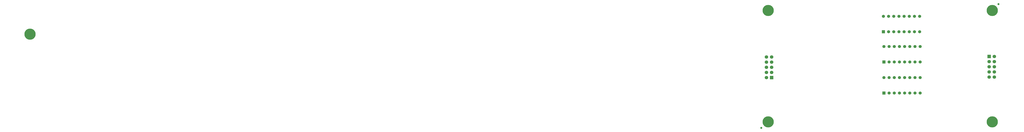
<source format=gbr>
%TF.GenerationSoftware,Altium Limited,Altium Designer,20.1.7 (139)*%
G04 Layer_Color=255*
%FSLAX44Y44*%
%MOMM*%
%TF.SameCoordinates,E03824B4-CBBF-40F0-B96A-956E77447FB1*%
%TF.FilePolarity,Positive*%
%TF.FileFunction,Pads,Bot*%
%TF.Part,Single*%
G01*
G75*
%TA.AperFunction,SMDPad,CuDef*%
%ADD24C,1.0000*%
%TA.AperFunction,ViaPad*%
%ADD25C,5.5000*%
%TA.AperFunction,ComponentPad*%
%ADD26C,1.5000*%
%ADD27R,1.5000X1.5000*%
%ADD28C,1.7000*%
%ADD29R,1.7000X1.7000*%
D24*
X436250Y480500D02*
D03*
X1600750Y1090750D02*
D03*
D25*
X1569750Y509750D02*
D03*
Y1059750D02*
D03*
X469750D02*
D03*
X-3153000Y942750D02*
D03*
X469750Y510250D02*
D03*
D26*
X1038550Y881450D02*
D03*
X1063950D02*
D03*
X1089350D02*
D03*
X1114750D02*
D03*
X1140150D02*
D03*
X1165550D02*
D03*
X1190950D02*
D03*
X1216350D02*
D03*
Y805250D02*
D03*
X1190950D02*
D03*
X1165550D02*
D03*
X1140150D02*
D03*
X1114750D02*
D03*
X1089350D02*
D03*
X1063950D02*
D03*
X1063300Y652300D02*
D03*
X1088700D02*
D03*
X1114100D02*
D03*
X1139500D02*
D03*
X1164900D02*
D03*
X1190300D02*
D03*
X1215700D02*
D03*
Y728500D02*
D03*
X1190300D02*
D03*
X1164900D02*
D03*
X1139500D02*
D03*
X1114100D02*
D03*
X1088700D02*
D03*
X1063300D02*
D03*
X1037900D02*
D03*
X1060600Y954050D02*
D03*
X1086000D02*
D03*
X1111400D02*
D03*
X1136800D02*
D03*
X1162200D02*
D03*
X1187600D02*
D03*
X1213000D02*
D03*
Y1030250D02*
D03*
X1187600D02*
D03*
X1162200D02*
D03*
X1136800D02*
D03*
X1111400D02*
D03*
X1086000D02*
D03*
X1060600D02*
D03*
X1035200D02*
D03*
D27*
X1038550Y805250D02*
D03*
X1037900Y652300D02*
D03*
X1035200Y954050D02*
D03*
D28*
X462000Y728500D02*
D03*
Y753900D02*
D03*
Y804700D02*
D03*
Y830100D02*
D03*
X487400Y753900D02*
D03*
Y804700D02*
D03*
Y830100D02*
D03*
X462000Y779300D02*
D03*
X487400D02*
D03*
X1580250Y832400D02*
D03*
Y807000D02*
D03*
Y756200D02*
D03*
Y730800D02*
D03*
X1554850Y807000D02*
D03*
Y756200D02*
D03*
Y730800D02*
D03*
X1580250Y781600D02*
D03*
X1554850D02*
D03*
D29*
X487400Y728500D02*
D03*
X1554850Y832400D02*
D03*
%TF.MD5,09afd22cbad34d7e9e4127e66cf5e0f6*%
M02*

</source>
